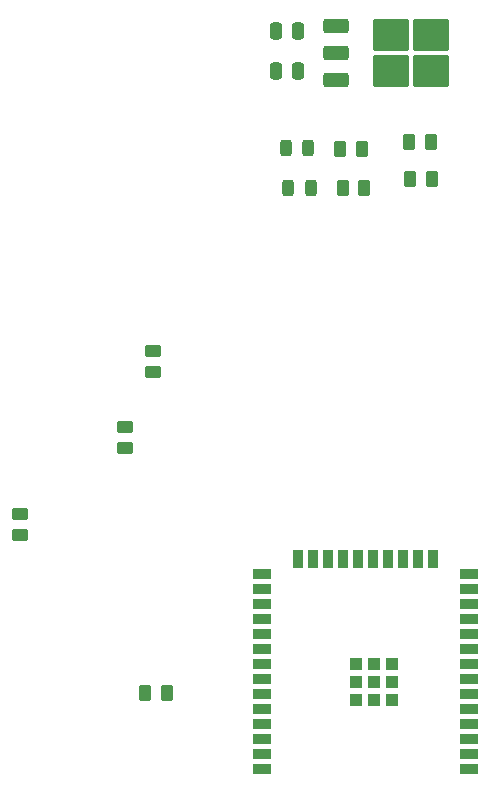
<source format=gbr>
%TF.GenerationSoftware,KiCad,Pcbnew,9.0.6*%
%TF.CreationDate,2025-12-27T10:25:56+05:30*%
%TF.ProjectId,30A_Home_Automation_with_ESP32,3330415f-486f-46d6-955f-4175746f6d61,rev?*%
%TF.SameCoordinates,Original*%
%TF.FileFunction,Paste,Top*%
%TF.FilePolarity,Positive*%
%FSLAX46Y46*%
G04 Gerber Fmt 4.6, Leading zero omitted, Abs format (unit mm)*
G04 Created by KiCad (PCBNEW 9.0.6) date 2025-12-27 10:25:56*
%MOMM*%
%LPD*%
G01*
G04 APERTURE LIST*
G04 Aperture macros list*
%AMRoundRect*
0 Rectangle with rounded corners*
0 $1 Rounding radius*
0 $2 $3 $4 $5 $6 $7 $8 $9 X,Y pos of 4 corners*
0 Add a 4 corners polygon primitive as box body*
4,1,4,$2,$3,$4,$5,$6,$7,$8,$9,$2,$3,0*
0 Add four circle primitives for the rounded corners*
1,1,$1+$1,$2,$3*
1,1,$1+$1,$4,$5*
1,1,$1+$1,$6,$7*
1,1,$1+$1,$8,$9*
0 Add four rect primitives between the rounded corners*
20,1,$1+$1,$2,$3,$4,$5,0*
20,1,$1+$1,$4,$5,$6,$7,0*
20,1,$1+$1,$6,$7,$8,$9,0*
20,1,$1+$1,$8,$9,$2,$3,0*%
G04 Aperture macros list end*
%ADD10RoundRect,0.250000X0.250000X0.475000X-0.250000X0.475000X-0.250000X-0.475000X0.250000X-0.475000X0*%
%ADD11RoundRect,0.250000X-0.262500X-0.450000X0.262500X-0.450000X0.262500X0.450000X-0.262500X0.450000X0*%
%ADD12RoundRect,0.250000X0.262500X0.450000X-0.262500X0.450000X-0.262500X-0.450000X0.262500X-0.450000X0*%
%ADD13R,1.500000X0.900000*%
%ADD14R,0.900000X1.500000*%
%ADD15R,1.050000X1.050000*%
%ADD16RoundRect,0.250000X0.450000X-0.262500X0.450000X0.262500X-0.450000X0.262500X-0.450000X-0.262500X0*%
%ADD17RoundRect,0.243750X-0.243750X-0.456250X0.243750X-0.456250X0.243750X0.456250X-0.243750X0.456250X0*%
%ADD18RoundRect,0.250000X-1.275000X-1.125000X1.275000X-1.125000X1.275000X1.125000X-1.275000X1.125000X0*%
%ADD19RoundRect,0.250000X-0.850000X-0.350000X0.850000X-0.350000X0.850000X0.350000X-0.850000X0.350000X0*%
G04 APERTURE END LIST*
D10*
%TO.C,C1*%
X161800000Y-55425000D03*
X159900000Y-55425000D03*
%TD*%
D11*
%TO.C,R1*%
X148862500Y-108150000D03*
X150687500Y-108150000D03*
%TD*%
D12*
%TO.C,R8*%
X173112500Y-64625000D03*
X171287500Y-64625000D03*
%TD*%
%TO.C,R7*%
X173037500Y-61425000D03*
X171212500Y-61425000D03*
%TD*%
D13*
%TO.C,U1*%
X176275000Y-114535000D03*
X176275000Y-113265000D03*
X176275000Y-111995000D03*
X176275000Y-110725000D03*
X176275000Y-109455000D03*
X176275000Y-108185000D03*
X176275000Y-106915000D03*
X176275000Y-105645000D03*
X176275000Y-104375000D03*
X176275000Y-103105000D03*
X176275000Y-101835000D03*
X176275000Y-100565000D03*
X176275000Y-99295000D03*
X176275000Y-98025000D03*
D14*
X173235000Y-96775000D03*
X171965000Y-96775000D03*
X170695000Y-96775000D03*
X169425000Y-96775000D03*
X168155000Y-96775000D03*
X166885000Y-96775000D03*
X165615000Y-96775000D03*
X164345000Y-96775000D03*
X163075000Y-96775000D03*
X161805000Y-96775000D03*
D13*
X158775000Y-98025000D03*
X158775000Y-99295000D03*
X158775000Y-100565000D03*
X158775000Y-101835000D03*
X158775000Y-103105000D03*
X158775000Y-104375000D03*
X158775000Y-105645000D03*
X158775000Y-106915000D03*
X158775000Y-108185000D03*
X158775000Y-109455000D03*
X158775000Y-110725000D03*
X158775000Y-111995000D03*
X158775000Y-113265000D03*
X158775000Y-114535000D03*
D15*
X169730000Y-108720000D03*
X169730000Y-107195000D03*
X169730000Y-105670000D03*
X168205000Y-108720000D03*
X168205000Y-107195000D03*
X168205000Y-105670000D03*
X166680000Y-108720000D03*
X166680000Y-107195000D03*
X166680000Y-105670000D03*
%TD*%
D12*
%TO.C,R5*%
X167212500Y-62025000D03*
X165387500Y-62025000D03*
%TD*%
D16*
%TO.C,R4*%
X149475000Y-80962500D03*
X149475000Y-79137500D03*
%TD*%
D10*
%TO.C,C2*%
X161800000Y-52075000D03*
X159900000Y-52075000D03*
%TD*%
D16*
%TO.C,R3*%
X138250000Y-94775000D03*
X138250000Y-92950000D03*
%TD*%
%TO.C,R2*%
X147125000Y-87387500D03*
X147125000Y-85562500D03*
%TD*%
D17*
%TO.C,D1*%
X160787500Y-61950000D03*
X162662500Y-61950000D03*
%TD*%
D12*
%TO.C,R6*%
X167387500Y-65325000D03*
X165562500Y-65325000D03*
%TD*%
D18*
%TO.C,U4*%
X169675000Y-52405000D03*
X169675000Y-55455000D03*
X173025000Y-52405000D03*
X173025000Y-55455000D03*
D19*
X165050000Y-51650000D03*
X165050000Y-53930000D03*
X165050000Y-56210000D03*
%TD*%
D17*
%TO.C,D4*%
X160987500Y-65325000D03*
X162862500Y-65325000D03*
%TD*%
M02*

</source>
